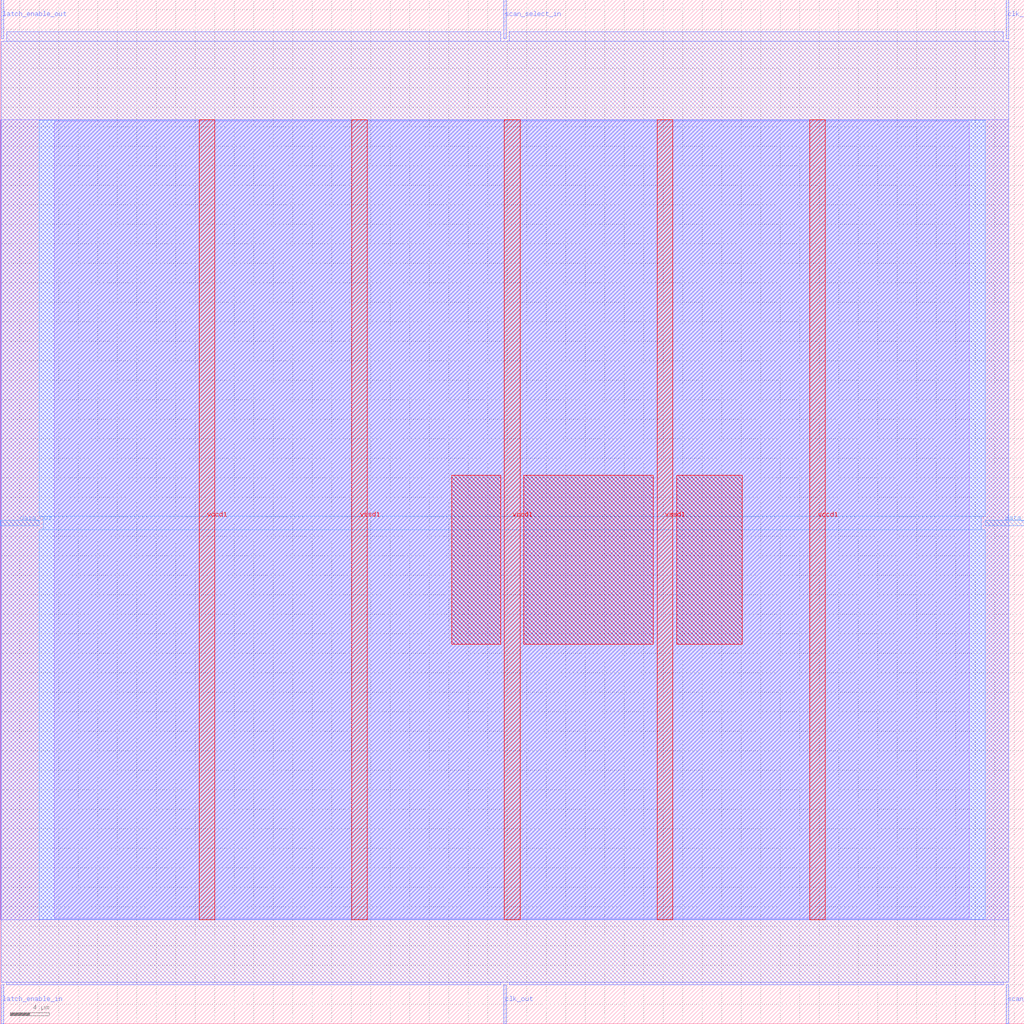
<source format=lef>
VERSION 5.7 ;
  NOWIREEXTENSIONATPIN ON ;
  DIVIDERCHAR "/" ;
  BUSBITCHARS "[]" ;
MACRO scan_wrapper_341162950004834900
  CLASS BLOCK ;
  FOREIGN scan_wrapper_341162950004834900 ;
  ORIGIN 0.000 0.000 ;
  SIZE 105.000 BY 105.000 ;
  PIN clk_in
    DIRECTION INPUT ;
    USE SIGNAL ;
    PORT
      LAYER met2 ;
        RECT 103.130 101.000 103.410 105.000 ;
    END
  END clk_in
  PIN clk_out
    DIRECTION OUTPUT TRISTATE ;
    USE SIGNAL ;
    PORT
      LAYER met2 ;
        RECT 51.610 0.000 51.890 4.000 ;
    END
  END clk_out
  PIN data_in
    DIRECTION INPUT ;
    USE SIGNAL ;
    PORT
      LAYER met3 ;
        RECT 101.000 51.040 105.000 51.640 ;
    END
  END data_in
  PIN data_out
    DIRECTION OUTPUT TRISTATE ;
    USE SIGNAL ;
    PORT
      LAYER met3 ;
        RECT 0.000 51.040 4.000 51.640 ;
    END
  END data_out
  PIN latch_enable_in
    DIRECTION INPUT ;
    USE SIGNAL ;
    PORT
      LAYER met2 ;
        RECT 0.090 0.000 0.370 4.000 ;
    END
  END latch_enable_in
  PIN latch_enable_out
    DIRECTION OUTPUT TRISTATE ;
    USE SIGNAL ;
    PORT
      LAYER met2 ;
        RECT 0.090 101.000 0.370 105.000 ;
    END
  END latch_enable_out
  PIN scan_select_in
    DIRECTION INPUT ;
    USE SIGNAL ;
    PORT
      LAYER met2 ;
        RECT 51.610 101.000 51.890 105.000 ;
    END
  END scan_select_in
  PIN scan_select_out
    DIRECTION OUTPUT TRISTATE ;
    USE SIGNAL ;
    PORT
      LAYER met2 ;
        RECT 103.130 0.000 103.410 4.000 ;
    END
  END scan_select_out
  PIN vccd1
    DIRECTION INPUT ;
    USE POWER ;
    PORT
      LAYER met4 ;
        RECT 20.380 10.640 21.980 92.720 ;
    END
    PORT
      LAYER met4 ;
        RECT 51.700 10.640 53.300 92.720 ;
    END
    PORT
      LAYER met4 ;
        RECT 83.020 10.640 84.620 92.720 ;
    END
  END vccd1
  PIN vssd1
    DIRECTION INPUT ;
    USE GROUND ;
    PORT
      LAYER met4 ;
        RECT 36.040 10.640 37.640 92.720 ;
    END
    PORT
      LAYER met4 ;
        RECT 67.360 10.640 68.960 92.720 ;
    END
  END vssd1
  OBS
      LAYER li1 ;
        RECT 5.520 10.795 99.360 92.565 ;
      LAYER met1 ;
        RECT 0.070 10.640 103.430 92.720 ;
      LAYER met2 ;
        RECT 0.650 100.720 51.330 101.730 ;
        RECT 52.170 100.720 102.850 101.730 ;
        RECT 0.100 4.280 103.400 100.720 ;
        RECT 0.650 4.000 51.330 4.280 ;
        RECT 52.170 4.000 102.850 4.280 ;
      LAYER met3 ;
        RECT 4.000 52.040 101.000 92.645 ;
        RECT 4.400 50.640 100.600 52.040 ;
        RECT 4.000 10.715 101.000 50.640 ;
      LAYER met4 ;
        RECT 46.295 38.935 51.300 56.265 ;
        RECT 53.700 38.935 66.960 56.265 ;
        RECT 69.360 38.935 76.065 56.265 ;
  END
END scan_wrapper_341162950004834900
END LIBRARY


</source>
